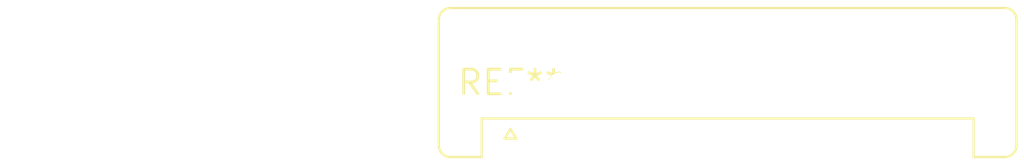
<source format=kicad_pcb>
(kicad_pcb (version 20240108) (generator pcbnew)
  (layers (0 "F.Cu" signal) (31 "B.Cu" signal) (34 "B.Paste" user) (35 "F.Paste" user) (36 "B.SilkS" user "B.Silkscreen") (37 "F.SilkS" user "F.Silkscreen") (38 "B.Mask" user) (39 "F.Mask" user) (44 "Edge.Cuts" user))
  (net 0 "")
  (footprint "Stocko_MKS_1660-6-0-1010_1x10_P2.50mm_Vertical" (layer "F.Cu") (at 0 0)
    (property "Reference" "REF**")
    (property "Value" "Stocko_MKS_1660-6-0-1010_1x10_P2.50mm_Vertical")
    (fp_line (start -3.71 -3.25) (end -3.71 3.25) (layer "F.SilkS") (stroke (width 0.12)))
    (fp_line (start -3.1 -3.86) (end 25.6 -3.86) (layer "F.SilkS") (stroke (width 0.12)))
    (fp_line (start -3.1 3.86) (end -1.49 3.86) (layer "F.SilkS") (stroke (width 0.12)))
    (fp_line (start -1.49 1.86) (end 23.99 1.86) (layer "F.SilkS") (stroke (width 0.12)))
    (fp_line (start -1.49 3.86) (end -1.49 1.86) (layer "F.SilkS") (stroke (width 0.12)))
    (fp_line (start -0.3 2.9) (end 0.3 2.9) (layer "F.SilkS") (stroke (width 0.12)))
    (fp_line (start 0 2.4) (end -0.3 2.9) (layer "F.SilkS") (stroke (width 0.12)))
    (fp_line (start 0.3 2.9) (end 0 2.4) (layer "F.SilkS") (stroke (width 0.12)))
    (fp_line (start 23.99 3.86) (end 23.99 1.86) (layer "F.SilkS") (stroke (width 0.12)))
    (fp_line (start 25.6 3.86) (end 23.99 3.86) (layer "F.SilkS") (stroke (width 0.12)))
    (fp_line (start 26.21 -3.25) (end 26.21 3.25) (layer "F.SilkS") (stroke (width 0.12)))
    (fp_arc (start -3.71 -3.25) (mid -3.531335 -3.681335) (end -3.1 -3.86) (layer "F.SilkS") (stroke (width 0.12)))
    (fp_arc (start -3.1 3.86) (mid -3.531335 3.681335) (end -3.71 3.25) (layer "F.SilkS") (stroke (width 0.12)))
    (fp_arc (start 25.6 -3.86) (mid 26.031335 -3.681335) (end 26.21 -3.25) (layer "F.SilkS") (stroke (width 0.12)))
    (fp_arc (start 26.21 3.25) (mid 26.031335 3.681335) (end 25.6 3.86) (layer "F.SilkS") (stroke (width 0.12)))
    (pad "1" thru_hole roundrect (at 0 0) (size 1.5 2) (drill 1) (layers *.Cu *.Mask) (remove_unused_layers))
    (pad "2" thru_hole oval (at 2.5 0) (size 1.5 2) (drill 1) (layers *.Cu *.Mask) (remove_unused_layers))
    (pad "3" thru_hole oval (at 5 0) (size 1.5 2) (drill 1) (layers *.Cu *.Mask) (remove_unused_layers))
    (pad "4" thru_hole oval (at 7.5 0) (size 1.5 2) (drill 1) (layers *.Cu *.Mask) (remove_unused_layers))
    (pad "5" thru_hole oval (at 10 0) (size 1.5 2) (drill 1) (layers *.Cu *.Mask) (remove_unused_layers))
    (pad "6" thru_hole oval (at 12.5 0) (size 1.5 2) (drill 1) (layers *.Cu *.Mask) (remove_unused_layers))
    (pad "7" thru_hole oval (at 15 0) (size 1.5 2) (drill 1) (layers *.Cu *.Mask) (remove_unused_layers))
    (pad "8" thru_hole oval (at 17.5 0) (size 1.5 2) (drill 1) (layers *.Cu *.Mask) (remove_unused_layers))
    (pad "9" thru_hole oval (at 20 0) (size 1.5 2) (drill 1) (layers *.Cu *.Mask) (remove_unused_layers))
    (pad "10" thru_hole oval (at 22.5 0) (size 1.5 2) (drill 1) (layers *.Cu *.Mask) (remove_unused_layers))
  )
)
</source>
